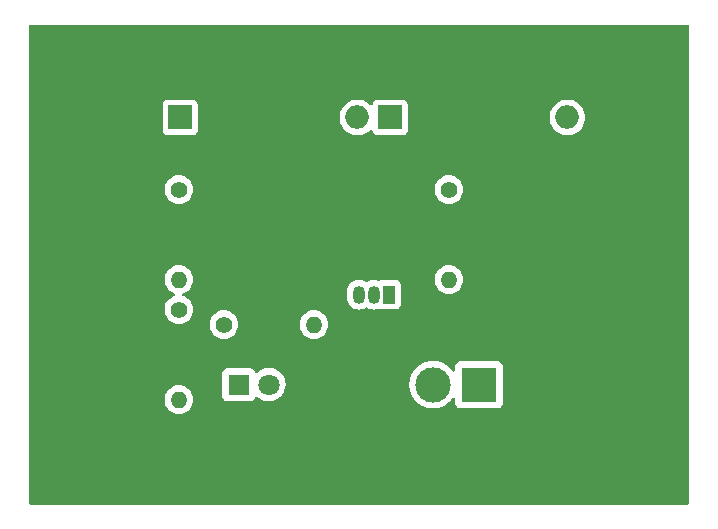
<source format=gbr>
%TF.GenerationSoftware,KiCad,Pcbnew,(6.0.4)*%
%TF.CreationDate,2022-06-10T14:34:12+05:30*%
%TF.ProjectId,saran batch,73617261-6e20-4626-9174-63682e6b6963,rev?*%
%TF.SameCoordinates,Original*%
%TF.FileFunction,Copper,L2,Bot*%
%TF.FilePolarity,Positive*%
%FSLAX46Y46*%
G04 Gerber Fmt 4.6, Leading zero omitted, Abs format (unit mm)*
G04 Created by KiCad (PCBNEW (6.0.4)) date 2022-06-10 14:34:12*
%MOMM*%
%LPD*%
G01*
G04 APERTURE LIST*
%TA.AperFunction,ComponentPad*%
%ADD10C,1.400000*%
%TD*%
%TA.AperFunction,ComponentPad*%
%ADD11O,1.400000X1.400000*%
%TD*%
%TA.AperFunction,ComponentPad*%
%ADD12R,1.050000X1.500000*%
%TD*%
%TA.AperFunction,ComponentPad*%
%ADD13O,1.050000X1.500000*%
%TD*%
%TA.AperFunction,ComponentPad*%
%ADD14R,3.000000X3.000000*%
%TD*%
%TA.AperFunction,ComponentPad*%
%ADD15C,3.000000*%
%TD*%
%TA.AperFunction,ComponentPad*%
%ADD16R,1.800000X1.800000*%
%TD*%
%TA.AperFunction,ComponentPad*%
%ADD17C,1.800000*%
%TD*%
%TA.AperFunction,ComponentPad*%
%ADD18R,2.000000X2.000000*%
%TD*%
%TA.AperFunction,ComponentPad*%
%ADD19O,2.000000X2.000000*%
%TD*%
G04 APERTURE END LIST*
D10*
%TO.P,R4,1*%
%TO.N,Net-(J1-Pad1)*%
X152400000Y-87630000D03*
D11*
%TO.P,R4,2*%
%TO.N,Net-(Q1-Pad1)*%
X152400000Y-95250000D03*
%TD*%
D10*
%TO.P,R3,1*%
%TO.N,Net-(C1-Pad2)*%
X133350000Y-99060000D03*
D11*
%TO.P,R3,2*%
%TO.N,Net-(Q1-Pad2)*%
X140970000Y-99060000D03*
%TD*%
D10*
%TO.P,R2,1*%
%TO.N,Net-(C1-Pad1)*%
X129540000Y-97790000D03*
D11*
%TO.P,R2,2*%
%TO.N,Net-(C2-Pad2)*%
X129540000Y-105410000D03*
%TD*%
D10*
%TO.P,R1,1*%
%TO.N,Net-(J1-Pad1)*%
X129540000Y-87630000D03*
D11*
%TO.P,R1,2*%
%TO.N,Net-(C1-Pad1)*%
X129540000Y-95250000D03*
%TD*%
D12*
%TO.P,Q1,1,C*%
%TO.N,Net-(Q1-Pad1)*%
X147320000Y-96520000D03*
D13*
%TO.P,Q1,2,B*%
%TO.N,Net-(Q1-Pad2)*%
X146050000Y-96520000D03*
%TO.P,Q1,3,E*%
%TO.N,Net-(D1-Pad2)*%
X144780000Y-96520000D03*
%TD*%
D14*
%TO.P,J1,1,Pin_1*%
%TO.N,Net-(J1-Pad1)*%
X154940000Y-104140000D03*
D15*
%TO.P,J1,2,Pin_2*%
%TO.N,Net-(C2-Pad2)*%
X151060000Y-104140000D03*
%TD*%
D16*
%TO.P,D1,1,K*%
%TO.N,Net-(C2-Pad2)*%
X134620000Y-104140000D03*
D17*
%TO.P,D1,2,A*%
%TO.N,Net-(D1-Pad2)*%
X137160000Y-104140000D03*
%TD*%
D18*
%TO.P,C3,1*%
%TO.N,Net-(C3-Pad1)*%
X129660000Y-81522500D03*
D19*
%TO.P,C3,2*%
%TO.N,Net-(C3-Pad2)*%
X144660000Y-81522500D03*
%TD*%
D18*
%TO.P,C2,1*%
%TO.N,Net-(C1-Pad2)*%
X147440000Y-81522500D03*
D19*
%TO.P,C2,2*%
%TO.N,Net-(C2-Pad2)*%
X162440000Y-81522500D03*
%TD*%
%TA.AperFunction,NonConductor*%
G36*
X172662121Y-73680002D02*
G01*
X172708614Y-73733658D01*
X172720000Y-73786000D01*
X172720000Y-114174000D01*
X172699998Y-114242121D01*
X172646342Y-114288614D01*
X172594000Y-114300000D01*
X116966000Y-114300000D01*
X116897879Y-114279998D01*
X116851386Y-114226342D01*
X116840000Y-114174000D01*
X116840000Y-105410000D01*
X128326884Y-105410000D01*
X128345314Y-105620655D01*
X128346738Y-105625968D01*
X128346738Y-105625970D01*
X128395309Y-105807237D01*
X128400044Y-105824910D01*
X128402366Y-105829891D01*
X128402367Y-105829892D01*
X128485720Y-106008642D01*
X128489411Y-106016558D01*
X128610699Y-106189776D01*
X128760224Y-106339301D01*
X128933442Y-106460589D01*
X128938420Y-106462910D01*
X128938423Y-106462912D01*
X129120108Y-106547633D01*
X129125090Y-106549956D01*
X129130398Y-106551378D01*
X129130400Y-106551379D01*
X129324030Y-106603262D01*
X129324032Y-106603262D01*
X129329345Y-106604686D01*
X129540000Y-106623116D01*
X129750655Y-106604686D01*
X129755968Y-106603262D01*
X129755970Y-106603262D01*
X129949600Y-106551379D01*
X129949602Y-106551378D01*
X129954910Y-106549956D01*
X129959892Y-106547633D01*
X130141577Y-106462912D01*
X130141580Y-106462910D01*
X130146558Y-106460589D01*
X130319776Y-106339301D01*
X130469301Y-106189776D01*
X130590589Y-106016558D01*
X130594281Y-106008642D01*
X130677633Y-105829892D01*
X130677634Y-105829891D01*
X130679956Y-105824910D01*
X130684692Y-105807237D01*
X130733262Y-105625970D01*
X130733262Y-105625968D01*
X130734686Y-105620655D01*
X130753116Y-105410000D01*
X130734686Y-105199345D01*
X130733262Y-105194030D01*
X130704887Y-105088134D01*
X133211500Y-105088134D01*
X133218255Y-105150316D01*
X133269385Y-105286705D01*
X133356739Y-105403261D01*
X133473295Y-105490615D01*
X133609684Y-105541745D01*
X133671866Y-105548500D01*
X135568134Y-105548500D01*
X135630316Y-105541745D01*
X135766705Y-105490615D01*
X135883261Y-105403261D01*
X135970615Y-105286705D01*
X135995180Y-105221178D01*
X136037822Y-105164414D01*
X136104383Y-105139714D01*
X136173732Y-105154921D01*
X136193647Y-105168464D01*
X136293886Y-105251684D01*
X136349349Y-105297730D01*
X136549322Y-105414584D01*
X136765694Y-105497209D01*
X136770760Y-105498240D01*
X136770761Y-105498240D01*
X136823846Y-105509040D01*
X136992656Y-105543385D01*
X137122089Y-105548131D01*
X137218949Y-105551683D01*
X137218953Y-105551683D01*
X137224113Y-105551872D01*
X137229233Y-105551216D01*
X137229235Y-105551216D01*
X137303166Y-105541745D01*
X137453847Y-105522442D01*
X137458795Y-105520957D01*
X137458802Y-105520956D01*
X137670747Y-105457369D01*
X137675690Y-105455886D01*
X137709279Y-105439431D01*
X137879049Y-105356262D01*
X137879052Y-105356260D01*
X137883684Y-105353991D01*
X138072243Y-105219494D01*
X138236303Y-105056005D01*
X138371458Y-104867917D01*
X138403324Y-104803442D01*
X138471784Y-104664922D01*
X138471785Y-104664920D01*
X138474078Y-104660280D01*
X138541408Y-104438671D01*
X138571640Y-104209041D01*
X138571722Y-104205691D01*
X138573245Y-104143365D01*
X138573245Y-104143361D01*
X138573327Y-104140000D01*
X138571594Y-104118918D01*
X149046917Y-104118918D01*
X149062682Y-104392320D01*
X149063507Y-104396525D01*
X149063508Y-104396533D01*
X149072746Y-104443617D01*
X149115405Y-104661053D01*
X149116792Y-104665103D01*
X149116793Y-104665108D01*
X149186761Y-104869466D01*
X149204112Y-104920144D01*
X149206039Y-104923975D01*
X149314544Y-105139714D01*
X149327160Y-105164799D01*
X149329586Y-105168328D01*
X149329589Y-105168334D01*
X149467736Y-105369337D01*
X149482274Y-105390490D01*
X149485161Y-105393663D01*
X149485162Y-105393664D01*
X149629119Y-105551872D01*
X149666582Y-105593043D01*
X149876675Y-105768707D01*
X149880316Y-105770991D01*
X150105024Y-105911951D01*
X150105028Y-105911953D01*
X150108664Y-105914234D01*
X150176544Y-105944883D01*
X150354345Y-106025164D01*
X150354349Y-106025166D01*
X150358257Y-106026930D01*
X150362377Y-106028150D01*
X150362376Y-106028150D01*
X150616723Y-106103491D01*
X150616727Y-106103492D01*
X150620836Y-106104709D01*
X150625070Y-106105357D01*
X150625075Y-106105358D01*
X150887298Y-106145483D01*
X150887300Y-106145483D01*
X150891540Y-106146132D01*
X151030912Y-106148322D01*
X151161071Y-106150367D01*
X151161077Y-106150367D01*
X151165362Y-106150434D01*
X151437235Y-106117534D01*
X151702127Y-106048041D01*
X151706087Y-106046401D01*
X151706092Y-106046399D01*
X151828632Y-105995641D01*
X151955136Y-105943241D01*
X152073359Y-105874157D01*
X152187879Y-105807237D01*
X152187880Y-105807236D01*
X152191582Y-105805073D01*
X152407089Y-105636094D01*
X152422051Y-105620655D01*
X152594686Y-105442509D01*
X152597669Y-105439431D01*
X152600202Y-105435983D01*
X152600206Y-105435978D01*
X152703953Y-105294743D01*
X152760402Y-105251684D01*
X152831169Y-105245979D01*
X152893786Y-105279439D01*
X152928373Y-105341441D01*
X152931500Y-105369337D01*
X152931500Y-105688134D01*
X152938255Y-105750316D01*
X152989385Y-105886705D01*
X153076739Y-106003261D01*
X153193295Y-106090615D01*
X153329684Y-106141745D01*
X153391866Y-106148500D01*
X156488134Y-106148500D01*
X156550316Y-106141745D01*
X156686705Y-106090615D01*
X156803261Y-106003261D01*
X156890615Y-105886705D01*
X156941745Y-105750316D01*
X156948500Y-105688134D01*
X156948500Y-102591866D01*
X156941745Y-102529684D01*
X156890615Y-102393295D01*
X156803261Y-102276739D01*
X156686705Y-102189385D01*
X156550316Y-102138255D01*
X156488134Y-102131500D01*
X153391866Y-102131500D01*
X153329684Y-102138255D01*
X153193295Y-102189385D01*
X153076739Y-102276739D01*
X152989385Y-102393295D01*
X152938255Y-102529684D01*
X152931500Y-102591866D01*
X152931500Y-102911401D01*
X152911498Y-102979522D01*
X152857842Y-103026015D01*
X152787568Y-103036119D01*
X152722988Y-103006625D01*
X152702413Y-102983852D01*
X152672762Y-102941663D01*
X152624545Y-102873057D01*
X152501857Y-102741029D01*
X152441046Y-102675588D01*
X152441043Y-102675585D01*
X152438125Y-102672445D01*
X152434810Y-102669731D01*
X152434806Y-102669728D01*
X152273304Y-102537540D01*
X152226205Y-102498990D01*
X151992704Y-102355901D01*
X151988768Y-102354173D01*
X151745873Y-102247549D01*
X151745869Y-102247548D01*
X151741945Y-102245825D01*
X151478566Y-102170800D01*
X151474324Y-102170196D01*
X151474318Y-102170195D01*
X151269387Y-102141029D01*
X151207443Y-102132213D01*
X151063589Y-102131460D01*
X150937877Y-102130802D01*
X150937871Y-102130802D01*
X150933591Y-102130780D01*
X150929347Y-102131339D01*
X150929343Y-102131339D01*
X150855741Y-102141029D01*
X150662078Y-102166525D01*
X150657938Y-102167658D01*
X150657936Y-102167658D01*
X150590037Y-102186233D01*
X150397928Y-102238788D01*
X150393980Y-102240472D01*
X150149982Y-102344546D01*
X150149978Y-102344548D01*
X150146030Y-102346232D01*
X150126125Y-102358145D01*
X149914725Y-102484664D01*
X149914721Y-102484667D01*
X149911043Y-102486868D01*
X149697318Y-102658094D01*
X149621248Y-102738255D01*
X149514375Y-102850876D01*
X149508808Y-102856742D01*
X149349002Y-103079136D01*
X149220857Y-103321161D01*
X149219385Y-103325184D01*
X149219383Y-103325188D01*
X149189112Y-103407908D01*
X149126743Y-103578337D01*
X149068404Y-103845907D01*
X149046917Y-104118918D01*
X138571594Y-104118918D01*
X138567032Y-104063434D01*
X138554773Y-103914318D01*
X138554772Y-103914312D01*
X138554349Y-103909167D01*
X138497925Y-103684533D01*
X138495866Y-103679797D01*
X138407630Y-103476868D01*
X138407628Y-103476865D01*
X138405570Y-103472131D01*
X138279764Y-103277665D01*
X138123887Y-103106358D01*
X138119836Y-103103159D01*
X138119832Y-103103155D01*
X137946177Y-102966011D01*
X137946172Y-102966008D01*
X137942123Y-102962810D01*
X137937607Y-102960317D01*
X137937604Y-102960315D01*
X137743879Y-102853373D01*
X137743875Y-102853371D01*
X137739355Y-102850876D01*
X137734486Y-102849152D01*
X137734482Y-102849150D01*
X137525903Y-102775288D01*
X137525899Y-102775287D01*
X137521028Y-102773562D01*
X137515935Y-102772655D01*
X137515932Y-102772654D01*
X137298095Y-102733851D01*
X137298089Y-102733850D01*
X137293006Y-102732945D01*
X137220096Y-102732054D01*
X137066581Y-102730179D01*
X137066579Y-102730179D01*
X137061411Y-102730116D01*
X136832464Y-102765150D01*
X136612314Y-102837106D01*
X136607726Y-102839494D01*
X136607722Y-102839496D01*
X136469594Y-102911401D01*
X136406872Y-102944052D01*
X136402739Y-102947155D01*
X136402736Y-102947157D01*
X136226957Y-103079136D01*
X136221655Y-103083117D01*
X136208281Y-103097112D01*
X136204170Y-103101414D01*
X136142646Y-103136844D01*
X136071733Y-103133387D01*
X136013947Y-103092141D01*
X135995094Y-103058592D01*
X135973768Y-103001705D01*
X135973767Y-103001703D01*
X135970615Y-102993295D01*
X135883261Y-102876739D01*
X135766705Y-102789385D01*
X135630316Y-102738255D01*
X135568134Y-102731500D01*
X133671866Y-102731500D01*
X133609684Y-102738255D01*
X133473295Y-102789385D01*
X133356739Y-102876739D01*
X133269385Y-102993295D01*
X133218255Y-103129684D01*
X133211500Y-103191866D01*
X133211500Y-105088134D01*
X130704887Y-105088134D01*
X130681379Y-105000400D01*
X130681378Y-105000398D01*
X130679956Y-104995090D01*
X130590589Y-104803442D01*
X130469301Y-104630224D01*
X130319776Y-104480699D01*
X130146558Y-104359411D01*
X130141580Y-104357090D01*
X130141577Y-104357088D01*
X129959892Y-104272367D01*
X129959891Y-104272366D01*
X129954910Y-104270044D01*
X129949602Y-104268622D01*
X129949600Y-104268621D01*
X129755970Y-104216738D01*
X129755968Y-104216738D01*
X129750655Y-104215314D01*
X129540000Y-104196884D01*
X129329345Y-104215314D01*
X129324032Y-104216738D01*
X129324030Y-104216738D01*
X129130400Y-104268621D01*
X129130398Y-104268622D01*
X129125090Y-104270044D01*
X129120109Y-104272366D01*
X129120108Y-104272367D01*
X128938423Y-104357088D01*
X128938420Y-104357090D01*
X128933442Y-104359411D01*
X128760224Y-104480699D01*
X128610699Y-104630224D01*
X128489411Y-104803442D01*
X128400044Y-104995090D01*
X128398622Y-105000398D01*
X128398621Y-105000400D01*
X128346738Y-105194030D01*
X128345314Y-105199345D01*
X128326884Y-105410000D01*
X116840000Y-105410000D01*
X116840000Y-99060000D01*
X132136884Y-99060000D01*
X132155314Y-99270655D01*
X132210044Y-99474910D01*
X132299411Y-99666558D01*
X132420699Y-99839776D01*
X132570224Y-99989301D01*
X132743442Y-100110589D01*
X132748420Y-100112910D01*
X132748423Y-100112912D01*
X132930108Y-100197633D01*
X132935090Y-100199956D01*
X132940398Y-100201378D01*
X132940400Y-100201379D01*
X133134030Y-100253262D01*
X133134032Y-100253262D01*
X133139345Y-100254686D01*
X133350000Y-100273116D01*
X133560655Y-100254686D01*
X133565968Y-100253262D01*
X133565970Y-100253262D01*
X133759600Y-100201379D01*
X133759602Y-100201378D01*
X133764910Y-100199956D01*
X133769892Y-100197633D01*
X133951577Y-100112912D01*
X133951580Y-100112910D01*
X133956558Y-100110589D01*
X134129776Y-99989301D01*
X134279301Y-99839776D01*
X134400589Y-99666558D01*
X134489956Y-99474910D01*
X134544686Y-99270655D01*
X134563116Y-99060000D01*
X139756884Y-99060000D01*
X139775314Y-99270655D01*
X139830044Y-99474910D01*
X139919411Y-99666558D01*
X140040699Y-99839776D01*
X140190224Y-99989301D01*
X140363442Y-100110589D01*
X140368420Y-100112910D01*
X140368423Y-100112912D01*
X140550108Y-100197633D01*
X140555090Y-100199956D01*
X140560398Y-100201378D01*
X140560400Y-100201379D01*
X140754030Y-100253262D01*
X140754032Y-100253262D01*
X140759345Y-100254686D01*
X140970000Y-100273116D01*
X141180655Y-100254686D01*
X141185968Y-100253262D01*
X141185970Y-100253262D01*
X141379600Y-100201379D01*
X141379602Y-100201378D01*
X141384910Y-100199956D01*
X141389892Y-100197633D01*
X141571577Y-100112912D01*
X141571580Y-100112910D01*
X141576558Y-100110589D01*
X141749776Y-99989301D01*
X141899301Y-99839776D01*
X142020589Y-99666558D01*
X142109956Y-99474910D01*
X142164686Y-99270655D01*
X142183116Y-99060000D01*
X142164686Y-98849345D01*
X142162340Y-98840589D01*
X142111379Y-98650400D01*
X142111378Y-98650398D01*
X142109956Y-98645090D01*
X142076653Y-98573671D01*
X142022912Y-98458423D01*
X142022910Y-98458420D01*
X142020589Y-98453442D01*
X141899301Y-98280224D01*
X141749776Y-98130699D01*
X141576558Y-98009411D01*
X141571580Y-98007090D01*
X141571577Y-98007088D01*
X141389892Y-97922367D01*
X141389891Y-97922366D01*
X141384910Y-97920044D01*
X141379602Y-97918622D01*
X141379600Y-97918621D01*
X141185970Y-97866738D01*
X141185968Y-97866738D01*
X141180655Y-97865314D01*
X140970000Y-97846884D01*
X140759345Y-97865314D01*
X140754032Y-97866738D01*
X140754030Y-97866738D01*
X140560400Y-97918621D01*
X140560398Y-97918622D01*
X140555090Y-97920044D01*
X140550109Y-97922366D01*
X140550108Y-97922367D01*
X140368423Y-98007088D01*
X140368420Y-98007090D01*
X140363442Y-98009411D01*
X140190224Y-98130699D01*
X140040699Y-98280224D01*
X139919411Y-98453442D01*
X139917090Y-98458420D01*
X139917088Y-98458423D01*
X139863347Y-98573671D01*
X139830044Y-98645090D01*
X139828622Y-98650398D01*
X139828621Y-98650400D01*
X139777660Y-98840589D01*
X139775314Y-98849345D01*
X139756884Y-99060000D01*
X134563116Y-99060000D01*
X134544686Y-98849345D01*
X134542340Y-98840589D01*
X134491379Y-98650400D01*
X134491378Y-98650398D01*
X134489956Y-98645090D01*
X134456653Y-98573671D01*
X134402912Y-98458423D01*
X134402910Y-98458420D01*
X134400589Y-98453442D01*
X134279301Y-98280224D01*
X134129776Y-98130699D01*
X133956558Y-98009411D01*
X133951580Y-98007090D01*
X133951577Y-98007088D01*
X133769892Y-97922367D01*
X133769891Y-97922366D01*
X133764910Y-97920044D01*
X133759602Y-97918622D01*
X133759600Y-97918621D01*
X133565970Y-97866738D01*
X133565968Y-97866738D01*
X133560655Y-97865314D01*
X133350000Y-97846884D01*
X133139345Y-97865314D01*
X133134032Y-97866738D01*
X133134030Y-97866738D01*
X132940400Y-97918621D01*
X132940398Y-97918622D01*
X132935090Y-97920044D01*
X132930109Y-97922366D01*
X132930108Y-97922367D01*
X132748423Y-98007088D01*
X132748420Y-98007090D01*
X132743442Y-98009411D01*
X132570224Y-98130699D01*
X132420699Y-98280224D01*
X132299411Y-98453442D01*
X132297090Y-98458420D01*
X132297088Y-98458423D01*
X132243347Y-98573671D01*
X132210044Y-98645090D01*
X132208622Y-98650398D01*
X132208621Y-98650400D01*
X132157660Y-98840589D01*
X132155314Y-98849345D01*
X132136884Y-99060000D01*
X116840000Y-99060000D01*
X116840000Y-97790000D01*
X128326884Y-97790000D01*
X128345314Y-98000655D01*
X128346738Y-98005968D01*
X128346738Y-98005970D01*
X128348506Y-98012566D01*
X128400044Y-98204910D01*
X128402366Y-98209891D01*
X128402367Y-98209892D01*
X128437268Y-98284736D01*
X128489411Y-98396558D01*
X128610699Y-98569776D01*
X128760224Y-98719301D01*
X128933442Y-98840589D01*
X128938420Y-98842910D01*
X128938423Y-98842912D01*
X128940821Y-98844030D01*
X129125090Y-98929956D01*
X129130398Y-98931378D01*
X129130400Y-98931379D01*
X129324030Y-98983262D01*
X129324032Y-98983262D01*
X129329345Y-98984686D01*
X129540000Y-99003116D01*
X129750655Y-98984686D01*
X129755968Y-98983262D01*
X129755970Y-98983262D01*
X129949600Y-98931379D01*
X129949602Y-98931378D01*
X129954910Y-98929956D01*
X130139179Y-98844030D01*
X130141577Y-98842912D01*
X130141580Y-98842910D01*
X130146558Y-98840589D01*
X130319776Y-98719301D01*
X130469301Y-98569776D01*
X130590589Y-98396558D01*
X130642733Y-98284736D01*
X130677633Y-98209892D01*
X130677634Y-98209891D01*
X130679956Y-98204910D01*
X130731495Y-98012566D01*
X130733262Y-98005970D01*
X130733262Y-98005968D01*
X130734686Y-98000655D01*
X130753116Y-97790000D01*
X130734686Y-97579345D01*
X130707199Y-97476763D01*
X130681379Y-97380400D01*
X130681378Y-97380398D01*
X130679956Y-97375090D01*
X130677633Y-97370108D01*
X130592912Y-97188423D01*
X130592910Y-97188420D01*
X130590589Y-97183442D01*
X130469301Y-97010224D01*
X130319776Y-96860699D01*
X130227382Y-96796004D01*
X143746500Y-96796004D01*
X143761277Y-96946713D01*
X143819858Y-97140742D01*
X143915010Y-97319698D01*
X144043110Y-97476763D01*
X144047857Y-97480690D01*
X144047859Y-97480692D01*
X144194528Y-97602027D01*
X144194531Y-97602029D01*
X144199278Y-97605956D01*
X144377565Y-97702356D01*
X144446733Y-97723767D01*
X144565293Y-97760468D01*
X144565296Y-97760469D01*
X144571180Y-97762290D01*
X144577305Y-97762934D01*
X144577306Y-97762934D01*
X144766622Y-97782832D01*
X144766623Y-97782832D01*
X144772750Y-97783476D01*
X144856014Y-97775898D01*
X144968457Y-97765665D01*
X144968460Y-97765664D01*
X144974596Y-97765106D01*
X144980502Y-97763368D01*
X144980506Y-97763367D01*
X145163120Y-97709620D01*
X145163119Y-97709620D01*
X145169029Y-97707881D01*
X145174486Y-97705028D01*
X145174489Y-97705027D01*
X145311765Y-97633261D01*
X145348460Y-97614077D01*
X145348462Y-97614077D01*
X145348645Y-97613981D01*
X145348663Y-97614016D01*
X145414441Y-97594111D01*
X145475409Y-97609271D01*
X145647565Y-97702356D01*
X145716733Y-97723767D01*
X145835293Y-97760468D01*
X145835296Y-97760469D01*
X145841180Y-97762290D01*
X145847305Y-97762934D01*
X145847306Y-97762934D01*
X146036622Y-97782832D01*
X146036623Y-97782832D01*
X146042750Y-97783476D01*
X146126014Y-97775898D01*
X146238457Y-97765665D01*
X146238460Y-97765664D01*
X146244596Y-97765106D01*
X146250502Y-97763368D01*
X146250506Y-97763367D01*
X146433121Y-97709620D01*
X146433123Y-97709619D01*
X146436111Y-97708740D01*
X146439029Y-97707881D01*
X146439282Y-97708740D01*
X146504662Y-97702286D01*
X146541406Y-97715452D01*
X146548295Y-97720615D01*
X146556696Y-97723764D01*
X146556699Y-97723766D01*
X146637414Y-97754024D01*
X146684684Y-97771745D01*
X146746866Y-97778500D01*
X147893134Y-97778500D01*
X147955316Y-97771745D01*
X148091705Y-97720615D01*
X148208261Y-97633261D01*
X148295615Y-97516705D01*
X148346745Y-97380316D01*
X148353500Y-97318134D01*
X148353500Y-95721866D01*
X148346745Y-95659684D01*
X148295615Y-95523295D01*
X148208261Y-95406739D01*
X148091705Y-95319385D01*
X147955316Y-95268255D01*
X147893134Y-95261500D01*
X146746866Y-95261500D01*
X146684684Y-95268255D01*
X146668466Y-95274335D01*
X146556704Y-95316232D01*
X146556701Y-95316234D01*
X146548295Y-95319385D01*
X146541106Y-95324773D01*
X146540863Y-95324906D01*
X146471506Y-95340076D01*
X146443092Y-95334752D01*
X146434587Y-95332119D01*
X146258820Y-95277710D01*
X146252695Y-95277066D01*
X146252694Y-95277066D01*
X146063378Y-95257168D01*
X146063377Y-95257168D01*
X146057250Y-95256524D01*
X145973986Y-95264102D01*
X145861543Y-95274335D01*
X145861540Y-95274336D01*
X145855404Y-95274894D01*
X145849498Y-95276632D01*
X145849494Y-95276633D01*
X145714950Y-95316232D01*
X145660971Y-95332119D01*
X145655514Y-95334972D01*
X145655511Y-95334973D01*
X145571163Y-95379069D01*
X145481540Y-95425923D01*
X145481538Y-95425923D01*
X145481355Y-95426019D01*
X145481337Y-95425984D01*
X145415559Y-95445889D01*
X145354591Y-95430729D01*
X145345815Y-95425984D01*
X145182435Y-95337644D01*
X145085627Y-95307677D01*
X144994707Y-95279532D01*
X144994704Y-95279531D01*
X144988820Y-95277710D01*
X144982695Y-95277066D01*
X144982694Y-95277066D01*
X144793378Y-95257168D01*
X144793377Y-95257168D01*
X144787250Y-95256524D01*
X144703986Y-95264102D01*
X144591543Y-95274335D01*
X144591540Y-95274336D01*
X144585404Y-95274894D01*
X144579498Y-95276632D01*
X144579494Y-95276633D01*
X144444950Y-95316232D01*
X144390971Y-95332119D01*
X144385514Y-95334972D01*
X144385511Y-95334973D01*
X144301163Y-95379069D01*
X144211355Y-95426019D01*
X144053399Y-95553019D01*
X143923119Y-95708281D01*
X143920155Y-95713673D01*
X143920152Y-95713677D01*
X143913772Y-95725283D01*
X143825477Y-95885891D01*
X143764193Y-96079084D01*
X143746500Y-96236817D01*
X143746500Y-96796004D01*
X130227382Y-96796004D01*
X130146558Y-96739411D01*
X130141580Y-96737090D01*
X130141577Y-96737088D01*
X129959892Y-96652367D01*
X129959891Y-96652366D01*
X129954910Y-96650044D01*
X129949602Y-96648622D01*
X129949600Y-96648621D01*
X129923796Y-96641707D01*
X129863173Y-96604755D01*
X129832152Y-96540894D01*
X129840580Y-96470400D01*
X129885783Y-96415653D01*
X129923796Y-96398293D01*
X129949600Y-96391379D01*
X129949602Y-96391378D01*
X129954910Y-96389956D01*
X129959892Y-96387633D01*
X130141577Y-96302912D01*
X130141580Y-96302910D01*
X130146558Y-96300589D01*
X130319776Y-96179301D01*
X130469301Y-96029776D01*
X130590589Y-95856558D01*
X130679956Y-95664910D01*
X130734686Y-95460655D01*
X130753116Y-95250000D01*
X151186884Y-95250000D01*
X151205314Y-95460655D01*
X151260044Y-95664910D01*
X151349411Y-95856558D01*
X151470699Y-96029776D01*
X151620224Y-96179301D01*
X151793442Y-96300589D01*
X151798420Y-96302910D01*
X151798423Y-96302912D01*
X151980108Y-96387633D01*
X151985090Y-96389956D01*
X151990398Y-96391378D01*
X151990400Y-96391379D01*
X152184030Y-96443262D01*
X152184032Y-96443262D01*
X152189345Y-96444686D01*
X152400000Y-96463116D01*
X152610655Y-96444686D01*
X152615968Y-96443262D01*
X152615970Y-96443262D01*
X152809600Y-96391379D01*
X152809602Y-96391378D01*
X152814910Y-96389956D01*
X152819892Y-96387633D01*
X153001577Y-96302912D01*
X153001580Y-96302910D01*
X153006558Y-96300589D01*
X153179776Y-96179301D01*
X153329301Y-96029776D01*
X153450589Y-95856558D01*
X153539956Y-95664910D01*
X153594686Y-95460655D01*
X153613116Y-95250000D01*
X153594686Y-95039345D01*
X153539956Y-94835090D01*
X153450589Y-94643442D01*
X153329301Y-94470224D01*
X153179776Y-94320699D01*
X153006558Y-94199411D01*
X153001580Y-94197090D01*
X153001577Y-94197088D01*
X152819892Y-94112367D01*
X152819891Y-94112366D01*
X152814910Y-94110044D01*
X152809602Y-94108622D01*
X152809600Y-94108621D01*
X152615970Y-94056738D01*
X152615968Y-94056738D01*
X152610655Y-94055314D01*
X152400000Y-94036884D01*
X152189345Y-94055314D01*
X152184032Y-94056738D01*
X152184030Y-94056738D01*
X151990400Y-94108621D01*
X151990398Y-94108622D01*
X151985090Y-94110044D01*
X151980109Y-94112366D01*
X151980108Y-94112367D01*
X151798423Y-94197088D01*
X151798420Y-94197090D01*
X151793442Y-94199411D01*
X151620224Y-94320699D01*
X151470699Y-94470224D01*
X151349411Y-94643442D01*
X151260044Y-94835090D01*
X151205314Y-95039345D01*
X151186884Y-95250000D01*
X130753116Y-95250000D01*
X130734686Y-95039345D01*
X130679956Y-94835090D01*
X130590589Y-94643442D01*
X130469301Y-94470224D01*
X130319776Y-94320699D01*
X130146558Y-94199411D01*
X130141580Y-94197090D01*
X130141577Y-94197088D01*
X129959892Y-94112367D01*
X129959891Y-94112366D01*
X129954910Y-94110044D01*
X129949602Y-94108622D01*
X129949600Y-94108621D01*
X129755970Y-94056738D01*
X129755968Y-94056738D01*
X129750655Y-94055314D01*
X129540000Y-94036884D01*
X129329345Y-94055314D01*
X129324032Y-94056738D01*
X129324030Y-94056738D01*
X129130400Y-94108621D01*
X129130398Y-94108622D01*
X129125090Y-94110044D01*
X129120109Y-94112366D01*
X129120108Y-94112367D01*
X128938423Y-94197088D01*
X128938420Y-94197090D01*
X128933442Y-94199411D01*
X128760224Y-94320699D01*
X128610699Y-94470224D01*
X128489411Y-94643442D01*
X128400044Y-94835090D01*
X128345314Y-95039345D01*
X128326884Y-95250000D01*
X128345314Y-95460655D01*
X128400044Y-95664910D01*
X128489411Y-95856558D01*
X128610699Y-96029776D01*
X128760224Y-96179301D01*
X128933442Y-96300589D01*
X128938420Y-96302910D01*
X128938423Y-96302912D01*
X129120108Y-96387633D01*
X129125090Y-96389956D01*
X129130398Y-96391378D01*
X129130400Y-96391379D01*
X129156204Y-96398293D01*
X129216827Y-96435245D01*
X129247848Y-96499106D01*
X129239420Y-96569600D01*
X129194217Y-96624347D01*
X129156204Y-96641707D01*
X129130400Y-96648621D01*
X129130398Y-96648622D01*
X129125090Y-96650044D01*
X129120109Y-96652366D01*
X129120108Y-96652367D01*
X128938423Y-96737088D01*
X128938420Y-96737090D01*
X128933442Y-96739411D01*
X128760224Y-96860699D01*
X128610699Y-97010224D01*
X128489411Y-97183442D01*
X128487090Y-97188420D01*
X128487088Y-97188423D01*
X128402367Y-97370108D01*
X128400044Y-97375090D01*
X128398622Y-97380398D01*
X128398621Y-97380400D01*
X128372801Y-97476763D01*
X128345314Y-97579345D01*
X128326884Y-97790000D01*
X116840000Y-97790000D01*
X116840000Y-87630000D01*
X128326884Y-87630000D01*
X128345314Y-87840655D01*
X128400044Y-88044910D01*
X128489411Y-88236558D01*
X128610699Y-88409776D01*
X128760224Y-88559301D01*
X128933442Y-88680589D01*
X128938420Y-88682910D01*
X128938423Y-88682912D01*
X129120108Y-88767633D01*
X129125090Y-88769956D01*
X129130398Y-88771378D01*
X129130400Y-88771379D01*
X129324030Y-88823262D01*
X129324032Y-88823262D01*
X129329345Y-88824686D01*
X129540000Y-88843116D01*
X129750655Y-88824686D01*
X129755968Y-88823262D01*
X129755970Y-88823262D01*
X129949600Y-88771379D01*
X129949602Y-88771378D01*
X129954910Y-88769956D01*
X129959892Y-88767633D01*
X130141577Y-88682912D01*
X130141580Y-88682910D01*
X130146558Y-88680589D01*
X130319776Y-88559301D01*
X130469301Y-88409776D01*
X130590589Y-88236558D01*
X130679956Y-88044910D01*
X130734686Y-87840655D01*
X130753116Y-87630000D01*
X151186884Y-87630000D01*
X151205314Y-87840655D01*
X151260044Y-88044910D01*
X151349411Y-88236558D01*
X151470699Y-88409776D01*
X151620224Y-88559301D01*
X151793442Y-88680589D01*
X151798420Y-88682910D01*
X151798423Y-88682912D01*
X151980108Y-88767633D01*
X151985090Y-88769956D01*
X151990398Y-88771378D01*
X151990400Y-88771379D01*
X152184030Y-88823262D01*
X152184032Y-88823262D01*
X152189345Y-88824686D01*
X152400000Y-88843116D01*
X152610655Y-88824686D01*
X152615968Y-88823262D01*
X152615970Y-88823262D01*
X152809600Y-88771379D01*
X152809602Y-88771378D01*
X152814910Y-88769956D01*
X152819892Y-88767633D01*
X153001577Y-88682912D01*
X153001580Y-88682910D01*
X153006558Y-88680589D01*
X153179776Y-88559301D01*
X153329301Y-88409776D01*
X153450589Y-88236558D01*
X153539956Y-88044910D01*
X153594686Y-87840655D01*
X153613116Y-87630000D01*
X153594686Y-87419345D01*
X153539956Y-87215090D01*
X153450589Y-87023442D01*
X153329301Y-86850224D01*
X153179776Y-86700699D01*
X153006558Y-86579411D01*
X153001580Y-86577090D01*
X153001577Y-86577088D01*
X152819892Y-86492367D01*
X152819891Y-86492366D01*
X152814910Y-86490044D01*
X152809602Y-86488622D01*
X152809600Y-86488621D01*
X152615970Y-86436738D01*
X152615968Y-86436738D01*
X152610655Y-86435314D01*
X152400000Y-86416884D01*
X152189345Y-86435314D01*
X152184032Y-86436738D01*
X152184030Y-86436738D01*
X151990400Y-86488621D01*
X151990398Y-86488622D01*
X151985090Y-86490044D01*
X151980109Y-86492366D01*
X151980108Y-86492367D01*
X151798423Y-86577088D01*
X151798420Y-86577090D01*
X151793442Y-86579411D01*
X151620224Y-86700699D01*
X151470699Y-86850224D01*
X151349411Y-87023442D01*
X151260044Y-87215090D01*
X151205314Y-87419345D01*
X151186884Y-87630000D01*
X130753116Y-87630000D01*
X130734686Y-87419345D01*
X130679956Y-87215090D01*
X130590589Y-87023442D01*
X130469301Y-86850224D01*
X130319776Y-86700699D01*
X130146558Y-86579411D01*
X130141580Y-86577090D01*
X130141577Y-86577088D01*
X129959892Y-86492367D01*
X129959891Y-86492366D01*
X129954910Y-86490044D01*
X129949602Y-86488622D01*
X129949600Y-86488621D01*
X129755970Y-86436738D01*
X129755968Y-86436738D01*
X129750655Y-86435314D01*
X129540000Y-86416884D01*
X129329345Y-86435314D01*
X129324032Y-86436738D01*
X129324030Y-86436738D01*
X129130400Y-86488621D01*
X129130398Y-86488622D01*
X129125090Y-86490044D01*
X129120109Y-86492366D01*
X129120108Y-86492367D01*
X128938423Y-86577088D01*
X128938420Y-86577090D01*
X128933442Y-86579411D01*
X128760224Y-86700699D01*
X128610699Y-86850224D01*
X128489411Y-87023442D01*
X128400044Y-87215090D01*
X128345314Y-87419345D01*
X128326884Y-87630000D01*
X116840000Y-87630000D01*
X116840000Y-82570634D01*
X128151500Y-82570634D01*
X128158255Y-82632816D01*
X128209385Y-82769205D01*
X128296739Y-82885761D01*
X128413295Y-82973115D01*
X128549684Y-83024245D01*
X128611866Y-83031000D01*
X130708134Y-83031000D01*
X130770316Y-83024245D01*
X130906705Y-82973115D01*
X131023261Y-82885761D01*
X131110615Y-82769205D01*
X131161745Y-82632816D01*
X131168500Y-82570634D01*
X131168500Y-81522500D01*
X143146835Y-81522500D01*
X143165465Y-81759211D01*
X143220895Y-81990094D01*
X143311760Y-82209463D01*
X143314346Y-82213683D01*
X143433241Y-82407702D01*
X143433245Y-82407708D01*
X143435824Y-82411916D01*
X143590031Y-82592469D01*
X143770584Y-82746676D01*
X143774792Y-82749255D01*
X143774798Y-82749259D01*
X143968817Y-82868154D01*
X143973037Y-82870740D01*
X143977607Y-82872633D01*
X143977611Y-82872635D01*
X144187833Y-82959711D01*
X144192406Y-82961605D01*
X144240349Y-82973115D01*
X144418476Y-83015880D01*
X144418482Y-83015881D01*
X144423289Y-83017035D01*
X144660000Y-83035665D01*
X144896711Y-83017035D01*
X144901518Y-83015881D01*
X144901524Y-83015880D01*
X145079651Y-82973115D01*
X145127594Y-82961605D01*
X145132167Y-82959711D01*
X145342389Y-82872635D01*
X145342393Y-82872633D01*
X145346963Y-82870740D01*
X145351183Y-82868154D01*
X145545202Y-82749259D01*
X145545208Y-82749255D01*
X145549416Y-82746676D01*
X145729969Y-82592469D01*
X145732272Y-82589773D01*
X145794243Y-82555933D01*
X145865058Y-82560998D01*
X145921894Y-82603545D01*
X145939008Y-82634825D01*
X145981908Y-82749259D01*
X145989385Y-82769205D01*
X146076739Y-82885761D01*
X146193295Y-82973115D01*
X146329684Y-83024245D01*
X146391866Y-83031000D01*
X148488134Y-83031000D01*
X148550316Y-83024245D01*
X148686705Y-82973115D01*
X148803261Y-82885761D01*
X148890615Y-82769205D01*
X148941745Y-82632816D01*
X148948500Y-82570634D01*
X148948500Y-81522500D01*
X160926835Y-81522500D01*
X160945465Y-81759211D01*
X161000895Y-81990094D01*
X161091760Y-82209463D01*
X161094346Y-82213683D01*
X161213241Y-82407702D01*
X161213245Y-82407708D01*
X161215824Y-82411916D01*
X161370031Y-82592469D01*
X161550584Y-82746676D01*
X161554792Y-82749255D01*
X161554798Y-82749259D01*
X161748817Y-82868154D01*
X161753037Y-82870740D01*
X161757607Y-82872633D01*
X161757611Y-82872635D01*
X161967833Y-82959711D01*
X161972406Y-82961605D01*
X162020349Y-82973115D01*
X162198476Y-83015880D01*
X162198482Y-83015881D01*
X162203289Y-83017035D01*
X162440000Y-83035665D01*
X162676711Y-83017035D01*
X162681518Y-83015881D01*
X162681524Y-83015880D01*
X162859651Y-82973115D01*
X162907594Y-82961605D01*
X162912167Y-82959711D01*
X163122389Y-82872635D01*
X163122393Y-82872633D01*
X163126963Y-82870740D01*
X163131183Y-82868154D01*
X163325202Y-82749259D01*
X163325208Y-82749255D01*
X163329416Y-82746676D01*
X163509969Y-82592469D01*
X163664176Y-82411916D01*
X163666755Y-82407708D01*
X163666759Y-82407702D01*
X163785654Y-82213683D01*
X163788240Y-82209463D01*
X163879105Y-81990094D01*
X163934535Y-81759211D01*
X163953165Y-81522500D01*
X163934535Y-81285789D01*
X163879105Y-81054906D01*
X163788240Y-80835537D01*
X163711500Y-80710309D01*
X163666759Y-80637298D01*
X163666755Y-80637292D01*
X163664176Y-80633084D01*
X163509969Y-80452531D01*
X163329416Y-80298324D01*
X163325208Y-80295745D01*
X163325202Y-80295741D01*
X163131183Y-80176846D01*
X163126963Y-80174260D01*
X163122393Y-80172367D01*
X163122389Y-80172365D01*
X162912167Y-80085289D01*
X162912165Y-80085288D01*
X162907594Y-80083395D01*
X162827391Y-80064140D01*
X162681524Y-80029120D01*
X162681518Y-80029119D01*
X162676711Y-80027965D01*
X162440000Y-80009335D01*
X162203289Y-80027965D01*
X162198482Y-80029119D01*
X162198476Y-80029120D01*
X162052609Y-80064140D01*
X161972406Y-80083395D01*
X161967835Y-80085288D01*
X161967833Y-80085289D01*
X161757611Y-80172365D01*
X161757607Y-80172367D01*
X161753037Y-80174260D01*
X161748817Y-80176846D01*
X161554798Y-80295741D01*
X161554792Y-80295745D01*
X161550584Y-80298324D01*
X161370031Y-80452531D01*
X161215824Y-80633084D01*
X161213245Y-80637292D01*
X161213241Y-80637298D01*
X161168500Y-80710309D01*
X161091760Y-80835537D01*
X161000895Y-81054906D01*
X160945465Y-81285789D01*
X160926835Y-81522500D01*
X148948500Y-81522500D01*
X148948500Y-80474366D01*
X148941745Y-80412184D01*
X148890615Y-80275795D01*
X148803261Y-80159239D01*
X148686705Y-80071885D01*
X148550316Y-80020755D01*
X148488134Y-80014000D01*
X146391866Y-80014000D01*
X146329684Y-80020755D01*
X146193295Y-80071885D01*
X146076739Y-80159239D01*
X145989385Y-80275795D01*
X145986233Y-80284203D01*
X145986232Y-80284205D01*
X145939008Y-80410175D01*
X145896367Y-80466940D01*
X145829805Y-80491640D01*
X145760456Y-80476433D01*
X145732437Y-80455420D01*
X145729969Y-80452531D01*
X145549416Y-80298324D01*
X145545208Y-80295745D01*
X145545202Y-80295741D01*
X145351183Y-80176846D01*
X145346963Y-80174260D01*
X145342393Y-80172367D01*
X145342389Y-80172365D01*
X145132167Y-80085289D01*
X145132165Y-80085288D01*
X145127594Y-80083395D01*
X145047391Y-80064140D01*
X144901524Y-80029120D01*
X144901518Y-80029119D01*
X144896711Y-80027965D01*
X144660000Y-80009335D01*
X144423289Y-80027965D01*
X144418482Y-80029119D01*
X144418476Y-80029120D01*
X144272609Y-80064140D01*
X144192406Y-80083395D01*
X144187835Y-80085288D01*
X144187833Y-80085289D01*
X143977611Y-80172365D01*
X143977607Y-80172367D01*
X143973037Y-80174260D01*
X143968817Y-80176846D01*
X143774798Y-80295741D01*
X143774792Y-80295745D01*
X143770584Y-80298324D01*
X143590031Y-80452531D01*
X143435824Y-80633084D01*
X143433245Y-80637292D01*
X143433241Y-80637298D01*
X143388500Y-80710309D01*
X143311760Y-80835537D01*
X143220895Y-81054906D01*
X143165465Y-81285789D01*
X143146835Y-81522500D01*
X131168500Y-81522500D01*
X131168500Y-80474366D01*
X131161745Y-80412184D01*
X131110615Y-80275795D01*
X131023261Y-80159239D01*
X130906705Y-80071885D01*
X130770316Y-80020755D01*
X130708134Y-80014000D01*
X128611866Y-80014000D01*
X128549684Y-80020755D01*
X128413295Y-80071885D01*
X128296739Y-80159239D01*
X128209385Y-80275795D01*
X128158255Y-80412184D01*
X128151500Y-80474366D01*
X128151500Y-82570634D01*
X116840000Y-82570634D01*
X116840000Y-73786000D01*
X116860002Y-73717879D01*
X116913658Y-73671386D01*
X116966000Y-73660000D01*
X172594000Y-73660000D01*
X172662121Y-73680002D01*
G37*
%TD.AperFunction*%
M02*

</source>
